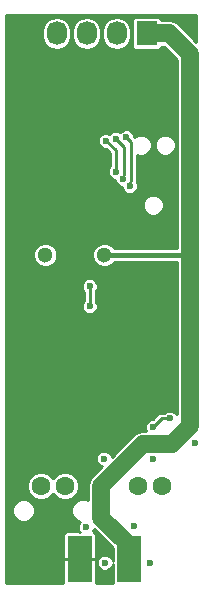
<source format=gbl>
G04 #@! TF.FileFunction,Copper,L2,Bot,Signal*
%FSLAX46Y46*%
G04 Gerber Fmt 4.6, Leading zero omitted, Abs format (unit mm)*
G04 Created by KiCad (PCBNEW 4.0.2-4+6225~38~ubuntu15.10.1-stable) date Mon 28 Mar 2016 00:38:38 BST*
%MOMM*%
G01*
G04 APERTURE LIST*
%ADD10C,0.100000*%
%ADD11R,2.000000X4.000000*%
%ADD12C,1.600000*%
%ADD13R,1.727200X2.032000*%
%ADD14O,1.727200X2.032000*%
%ADD15C,1.300000*%
%ADD16C,0.600000*%
%ADD17C,1.000000*%
%ADD18C,0.250000*%
%ADD19C,1.500000*%
%ADD20C,0.400000*%
G04 APERTURE END LIST*
D10*
D11*
X122650000Y-112500000D03*
X126850000Y-112500000D03*
D12*
X119400000Y-106300000D03*
X121400000Y-106300000D03*
X127600000Y-106300000D03*
X129600000Y-106300000D03*
D13*
X128330000Y-68000000D03*
D14*
X125790000Y-68000000D03*
X123250000Y-68000000D03*
X120710000Y-68000000D03*
D15*
X124750000Y-86750000D03*
X119750000Y-86750000D03*
D16*
X121000000Y-78500000D03*
X121000000Y-81000000D03*
X123500000Y-78500000D03*
X123500000Y-81000000D03*
X124800000Y-112800000D03*
X128600000Y-112800000D03*
X123200000Y-109800000D03*
X127300000Y-109700000D03*
X128900000Y-101300000D03*
X128900000Y-104000000D03*
X130300000Y-100600000D03*
X132400000Y-102700000D03*
X124700000Y-104000000D03*
X118000000Y-95400000D03*
X121800000Y-95500000D03*
X121000000Y-76400000D03*
D17*
X126600000Y-73900000D03*
X123900000Y-73900000D03*
X121200000Y-73900000D03*
D16*
X118800000Y-83300000D03*
X117700000Y-83400000D03*
X118500000Y-74800000D03*
X117000000Y-74900000D03*
X130600000Y-78800000D03*
X125100000Y-83600000D03*
X121600000Y-85300000D03*
X122750000Y-91500000D03*
X124500000Y-100500000D03*
X125250000Y-100500000D03*
X126050000Y-100550000D03*
X122500000Y-97500000D03*
X132000000Y-98750000D03*
X123500000Y-89400000D03*
X123500000Y-91100000D03*
X126600000Y-76800000D03*
X126900000Y-80900000D03*
X125700000Y-76900000D03*
X126300000Y-80300000D03*
X125700000Y-79700000D03*
X124900000Y-77100000D03*
D18*
X129600000Y-100600000D02*
X128900000Y-101300000D01*
X130300000Y-100600000D02*
X129600000Y-100600000D01*
X117700000Y-83400000D02*
X117700000Y-83300000D01*
X118500000Y-74800000D02*
X118500000Y-74900000D01*
D19*
X122650000Y-112500000D02*
X122650000Y-111750000D01*
X128100000Y-102750000D02*
X128050000Y-102750000D01*
X124500000Y-109000000D02*
X126800000Y-111300000D01*
X124500000Y-106300000D02*
X124500000Y-109000000D01*
X128050000Y-102750000D02*
X124500000Y-106300000D01*
X126800000Y-111300000D02*
X126800000Y-112500000D01*
X126800000Y-112500000D02*
X126850000Y-112500000D01*
X132000000Y-101250000D02*
X132000000Y-98750000D01*
X130500000Y-102750000D02*
X132000000Y-101250000D01*
X128250000Y-102750000D02*
X128100000Y-102750000D01*
X128100000Y-102750000D02*
X128200000Y-102750000D01*
X128200000Y-102750000D02*
X130500000Y-102750000D01*
X132000000Y-98750000D02*
X132000000Y-86750000D01*
X132000000Y-86750000D02*
X132000000Y-69750000D01*
D20*
X124750000Y-86750000D02*
X132000000Y-86750000D01*
D19*
X132000000Y-69750000D02*
X130250000Y-68000000D01*
X130250000Y-68000000D02*
X128330000Y-68000000D01*
D18*
X123500000Y-91100000D02*
X123500000Y-89400000D01*
X126900000Y-80600000D02*
X127000000Y-80500000D01*
X127000000Y-80500000D02*
X127000000Y-77200000D01*
X127000000Y-77200000D02*
X126600000Y-76800000D01*
X126900000Y-80900000D02*
X126900000Y-80600000D01*
X126300000Y-80100000D02*
X126400000Y-80000000D01*
X126400000Y-80000000D02*
X126400000Y-77600000D01*
X126400000Y-77600000D02*
X125700000Y-76900000D01*
X126300000Y-80300000D02*
X126300000Y-80100000D01*
X125700000Y-79700000D02*
X125700000Y-77900000D01*
X125700000Y-77900000D02*
X124900000Y-77100000D01*
G36*
X132550000Y-68709010D02*
X131045495Y-67204505D01*
X130680519Y-66960636D01*
X130250000Y-66875000D01*
X129555436Y-66875000D01*
X129549798Y-66845034D01*
X129467669Y-66717401D01*
X129342354Y-66631777D01*
X129193600Y-66601654D01*
X127466400Y-66601654D01*
X127327434Y-66627802D01*
X127199801Y-66709931D01*
X127114177Y-66835246D01*
X127084054Y-66984000D01*
X127084054Y-69016000D01*
X127110202Y-69154966D01*
X127192331Y-69282599D01*
X127317646Y-69368223D01*
X127466400Y-69398346D01*
X129193600Y-69398346D01*
X129332566Y-69372198D01*
X129460199Y-69290069D01*
X129545823Y-69164754D01*
X129553873Y-69125000D01*
X129784010Y-69125000D01*
X130875000Y-70215990D01*
X130875000Y-86175000D01*
X125621466Y-86175000D01*
X125619459Y-86170143D01*
X125331374Y-85881554D01*
X124954780Y-85725178D01*
X124547009Y-85724822D01*
X124170143Y-85880541D01*
X123881554Y-86168626D01*
X123725178Y-86545220D01*
X123724822Y-86952991D01*
X123880541Y-87329857D01*
X124168626Y-87618446D01*
X124545220Y-87774822D01*
X124952991Y-87775178D01*
X125329857Y-87619459D01*
X125618446Y-87331374D01*
X125621093Y-87325000D01*
X130875000Y-87325000D01*
X130875000Y-100224022D01*
X130872571Y-100218143D01*
X130682856Y-100028097D01*
X130434855Y-99925117D01*
X130166323Y-99924883D01*
X129918143Y-100027429D01*
X129845445Y-100100000D01*
X129600000Y-100100000D01*
X129408658Y-100138060D01*
X129246446Y-100246447D01*
X128867922Y-100624972D01*
X128766323Y-100624883D01*
X128518143Y-100727429D01*
X128328097Y-100917144D01*
X128225117Y-101165145D01*
X128224883Y-101433677D01*
X128303936Y-101625000D01*
X128050000Y-101625000D01*
X127619481Y-101710636D01*
X127254505Y-101954505D01*
X125365635Y-103843375D01*
X125272571Y-103618143D01*
X125082856Y-103428097D01*
X124834855Y-103325117D01*
X124566323Y-103324883D01*
X124318143Y-103427429D01*
X124128097Y-103617144D01*
X124025117Y-103865145D01*
X124024883Y-104133677D01*
X124127429Y-104381857D01*
X124317144Y-104571903D01*
X124543228Y-104665782D01*
X123704505Y-105504505D01*
X123460636Y-105869481D01*
X123375000Y-106300000D01*
X123375000Y-107541524D01*
X123094790Y-107425170D01*
X122706911Y-107424831D01*
X122348429Y-107572954D01*
X122073918Y-107846986D01*
X121925170Y-108205210D01*
X121924831Y-108593089D01*
X122072954Y-108951571D01*
X122346986Y-109226082D01*
X122680686Y-109364647D01*
X122628097Y-109417144D01*
X122525117Y-109665145D01*
X122524883Y-109933677D01*
X122627429Y-110181857D01*
X122644998Y-110199457D01*
X122644998Y-110211248D01*
X122548750Y-110115000D01*
X121573419Y-110115000D01*
X121431915Y-110173613D01*
X121323613Y-110281915D01*
X121265000Y-110423418D01*
X121265000Y-112398750D01*
X121361250Y-112495000D01*
X122645000Y-112495000D01*
X122645000Y-112475000D01*
X122655000Y-112475000D01*
X122655000Y-112495000D01*
X123938750Y-112495000D01*
X124035000Y-112398750D01*
X124035000Y-110423418D01*
X123976387Y-110281915D01*
X123868085Y-110173613D01*
X123789293Y-110140976D01*
X123865782Y-109956772D01*
X125467654Y-111558644D01*
X125467654Y-112648261D01*
X125372571Y-112418143D01*
X125182856Y-112228097D01*
X124934855Y-112125117D01*
X124666323Y-112124883D01*
X124418143Y-112227429D01*
X124228097Y-112417144D01*
X124125117Y-112665145D01*
X124124883Y-112933677D01*
X124227429Y-113181857D01*
X124417144Y-113371903D01*
X124665145Y-113474883D01*
X124933677Y-113475117D01*
X125181857Y-113372571D01*
X125371903Y-113182856D01*
X125467654Y-112952264D01*
X125467654Y-114500000D01*
X125477062Y-114550000D01*
X124035000Y-114550000D01*
X124035000Y-112601250D01*
X123938750Y-112505000D01*
X122655000Y-112505000D01*
X122655000Y-112525000D01*
X122645000Y-112525000D01*
X122645000Y-112505000D01*
X121361250Y-112505000D01*
X121265000Y-112601250D01*
X121265000Y-114550000D01*
X116450000Y-114550000D01*
X116450000Y-108593089D01*
X116924831Y-108593089D01*
X117072954Y-108951571D01*
X117346986Y-109226082D01*
X117705210Y-109374830D01*
X118093089Y-109375169D01*
X118451571Y-109227046D01*
X118726082Y-108953014D01*
X118874830Y-108594790D01*
X118875169Y-108206911D01*
X118727046Y-107848429D01*
X118453014Y-107573918D01*
X118094790Y-107425170D01*
X117706911Y-107424831D01*
X117348429Y-107572954D01*
X117073918Y-107846986D01*
X116925170Y-108205210D01*
X116924831Y-108593089D01*
X116450000Y-108593089D01*
X116450000Y-106532697D01*
X118224796Y-106532697D01*
X118403302Y-106964715D01*
X118733547Y-107295536D01*
X119165253Y-107474796D01*
X119632697Y-107475204D01*
X120064715Y-107296698D01*
X120395536Y-106966453D01*
X120399789Y-106956212D01*
X120403302Y-106964715D01*
X120733547Y-107295536D01*
X121165253Y-107474796D01*
X121632697Y-107475204D01*
X122064715Y-107296698D01*
X122395536Y-106966453D01*
X122574796Y-106534747D01*
X122575204Y-106067303D01*
X122396698Y-105635285D01*
X122066453Y-105304464D01*
X121634747Y-105125204D01*
X121167303Y-105124796D01*
X120735285Y-105303302D01*
X120404464Y-105633547D01*
X120400211Y-105643788D01*
X120396698Y-105635285D01*
X120066453Y-105304464D01*
X119634747Y-105125204D01*
X119167303Y-105124796D01*
X118735285Y-105303302D01*
X118404464Y-105633547D01*
X118225204Y-106065253D01*
X118224796Y-106532697D01*
X116450000Y-106532697D01*
X116450000Y-89533677D01*
X122824883Y-89533677D01*
X122927429Y-89781857D01*
X123000000Y-89854555D01*
X123000000Y-90645366D01*
X122928097Y-90717144D01*
X122825117Y-90965145D01*
X122824883Y-91233677D01*
X122927429Y-91481857D01*
X123117144Y-91671903D01*
X123365145Y-91774883D01*
X123633677Y-91775117D01*
X123881857Y-91672571D01*
X124071903Y-91482856D01*
X124174883Y-91234855D01*
X124175117Y-90966323D01*
X124072571Y-90718143D01*
X124000000Y-90645445D01*
X124000000Y-89854634D01*
X124071903Y-89782856D01*
X124174883Y-89534855D01*
X124175117Y-89266323D01*
X124072571Y-89018143D01*
X123882856Y-88828097D01*
X123634855Y-88725117D01*
X123366323Y-88724883D01*
X123118143Y-88827429D01*
X122928097Y-89017144D01*
X122825117Y-89265145D01*
X122824883Y-89533677D01*
X116450000Y-89533677D01*
X116450000Y-86952991D01*
X118724822Y-86952991D01*
X118880541Y-87329857D01*
X119168626Y-87618446D01*
X119545220Y-87774822D01*
X119952991Y-87775178D01*
X120329857Y-87619459D01*
X120618446Y-87331374D01*
X120774822Y-86954780D01*
X120775178Y-86547009D01*
X120619459Y-86170143D01*
X120331374Y-85881554D01*
X119954780Y-85725178D01*
X119547009Y-85724822D01*
X119170143Y-85880541D01*
X118881554Y-86168626D01*
X118725178Y-86545220D01*
X118724822Y-86952991D01*
X116450000Y-86952991D01*
X116450000Y-82713285D01*
X128009849Y-82713285D01*
X128142779Y-83035000D01*
X128388705Y-83281356D01*
X128710188Y-83414848D01*
X129058285Y-83415151D01*
X129380000Y-83282221D01*
X129626356Y-83036295D01*
X129759848Y-82714812D01*
X129760151Y-82366715D01*
X129627221Y-82045000D01*
X129381295Y-81798644D01*
X129059812Y-81665152D01*
X128711715Y-81664849D01*
X128390000Y-81797779D01*
X128143644Y-82043705D01*
X128010152Y-82365188D01*
X128009849Y-82713285D01*
X116450000Y-82713285D01*
X116450000Y-77233677D01*
X124224883Y-77233677D01*
X124327429Y-77481857D01*
X124517144Y-77671903D01*
X124765145Y-77774883D01*
X124867867Y-77774973D01*
X125200000Y-78107106D01*
X125200000Y-79245366D01*
X125128097Y-79317144D01*
X125025117Y-79565145D01*
X125024883Y-79833677D01*
X125127429Y-80081857D01*
X125317144Y-80271903D01*
X125565145Y-80374883D01*
X125624934Y-80374935D01*
X125624883Y-80433677D01*
X125727429Y-80681857D01*
X125917144Y-80871903D01*
X126165145Y-80974883D01*
X126224934Y-80974935D01*
X126224883Y-81033677D01*
X126327429Y-81281857D01*
X126517144Y-81471903D01*
X126765145Y-81574883D01*
X127033677Y-81575117D01*
X127281857Y-81472571D01*
X127471903Y-81282856D01*
X127574883Y-81034855D01*
X127575117Y-80766323D01*
X127488650Y-80557058D01*
X127500000Y-80500000D01*
X127500000Y-78254214D01*
X127694188Y-78334848D01*
X128042285Y-78335151D01*
X128364000Y-78202221D01*
X128610356Y-77956295D01*
X128743848Y-77634812D01*
X128743849Y-77633285D01*
X129025849Y-77633285D01*
X129158779Y-77955000D01*
X129404705Y-78201356D01*
X129726188Y-78334848D01*
X130074285Y-78335151D01*
X130396000Y-78202221D01*
X130642356Y-77956295D01*
X130775848Y-77634812D01*
X130776151Y-77286715D01*
X130643221Y-76965000D01*
X130397295Y-76718644D01*
X130075812Y-76585152D01*
X129727715Y-76584849D01*
X129406000Y-76717779D01*
X129159644Y-76963705D01*
X129026152Y-77285188D01*
X129025849Y-77633285D01*
X128743849Y-77633285D01*
X128744151Y-77286715D01*
X128611221Y-76965000D01*
X128365295Y-76718644D01*
X128043812Y-76585152D01*
X127695715Y-76584849D01*
X127374000Y-76717779D01*
X127299378Y-76792271D01*
X127275028Y-76767922D01*
X127275117Y-76666323D01*
X127172571Y-76418143D01*
X126982856Y-76228097D01*
X126734855Y-76125117D01*
X126466323Y-76124883D01*
X126218143Y-76227429D01*
X126100048Y-76345319D01*
X126082856Y-76328097D01*
X125834855Y-76225117D01*
X125566323Y-76224883D01*
X125318143Y-76327429D01*
X125165811Y-76479495D01*
X125034855Y-76425117D01*
X124766323Y-76424883D01*
X124518143Y-76527429D01*
X124328097Y-76717144D01*
X124225117Y-76965145D01*
X124224883Y-77233677D01*
X116450000Y-77233677D01*
X116450000Y-67820349D01*
X119471400Y-67820349D01*
X119471400Y-68179651D01*
X119565683Y-68653643D01*
X119834178Y-69055473D01*
X120236008Y-69323968D01*
X120710000Y-69418251D01*
X121183992Y-69323968D01*
X121585822Y-69055473D01*
X121854317Y-68653643D01*
X121948600Y-68179651D01*
X121948600Y-67820349D01*
X122011400Y-67820349D01*
X122011400Y-68179651D01*
X122105683Y-68653643D01*
X122374178Y-69055473D01*
X122776008Y-69323968D01*
X123250000Y-69418251D01*
X123723992Y-69323968D01*
X124125822Y-69055473D01*
X124394317Y-68653643D01*
X124488600Y-68179651D01*
X124488600Y-67820349D01*
X124551400Y-67820349D01*
X124551400Y-68179651D01*
X124645683Y-68653643D01*
X124914178Y-69055473D01*
X125316008Y-69323968D01*
X125790000Y-69418251D01*
X126263992Y-69323968D01*
X126665822Y-69055473D01*
X126934317Y-68653643D01*
X127028600Y-68179651D01*
X127028600Y-67820349D01*
X126934317Y-67346357D01*
X126665822Y-66944527D01*
X126263992Y-66676032D01*
X125790000Y-66581749D01*
X125316008Y-66676032D01*
X124914178Y-66944527D01*
X124645683Y-67346357D01*
X124551400Y-67820349D01*
X124488600Y-67820349D01*
X124394317Y-67346357D01*
X124125822Y-66944527D01*
X123723992Y-66676032D01*
X123250000Y-66581749D01*
X122776008Y-66676032D01*
X122374178Y-66944527D01*
X122105683Y-67346357D01*
X122011400Y-67820349D01*
X121948600Y-67820349D01*
X121854317Y-67346357D01*
X121585822Y-66944527D01*
X121183992Y-66676032D01*
X120710000Y-66581749D01*
X120236008Y-66676032D01*
X119834178Y-66944527D01*
X119565683Y-67346357D01*
X119471400Y-67820349D01*
X116450000Y-67820349D01*
X116450000Y-66450000D01*
X132550000Y-66450000D01*
X132550000Y-68709010D01*
X132550000Y-68709010D01*
G37*
X132550000Y-68709010D02*
X131045495Y-67204505D01*
X130680519Y-66960636D01*
X130250000Y-66875000D01*
X129555436Y-66875000D01*
X129549798Y-66845034D01*
X129467669Y-66717401D01*
X129342354Y-66631777D01*
X129193600Y-66601654D01*
X127466400Y-66601654D01*
X127327434Y-66627802D01*
X127199801Y-66709931D01*
X127114177Y-66835246D01*
X127084054Y-66984000D01*
X127084054Y-69016000D01*
X127110202Y-69154966D01*
X127192331Y-69282599D01*
X127317646Y-69368223D01*
X127466400Y-69398346D01*
X129193600Y-69398346D01*
X129332566Y-69372198D01*
X129460199Y-69290069D01*
X129545823Y-69164754D01*
X129553873Y-69125000D01*
X129784010Y-69125000D01*
X130875000Y-70215990D01*
X130875000Y-86175000D01*
X125621466Y-86175000D01*
X125619459Y-86170143D01*
X125331374Y-85881554D01*
X124954780Y-85725178D01*
X124547009Y-85724822D01*
X124170143Y-85880541D01*
X123881554Y-86168626D01*
X123725178Y-86545220D01*
X123724822Y-86952991D01*
X123880541Y-87329857D01*
X124168626Y-87618446D01*
X124545220Y-87774822D01*
X124952991Y-87775178D01*
X125329857Y-87619459D01*
X125618446Y-87331374D01*
X125621093Y-87325000D01*
X130875000Y-87325000D01*
X130875000Y-100224022D01*
X130872571Y-100218143D01*
X130682856Y-100028097D01*
X130434855Y-99925117D01*
X130166323Y-99924883D01*
X129918143Y-100027429D01*
X129845445Y-100100000D01*
X129600000Y-100100000D01*
X129408658Y-100138060D01*
X129246446Y-100246447D01*
X128867922Y-100624972D01*
X128766323Y-100624883D01*
X128518143Y-100727429D01*
X128328097Y-100917144D01*
X128225117Y-101165145D01*
X128224883Y-101433677D01*
X128303936Y-101625000D01*
X128050000Y-101625000D01*
X127619481Y-101710636D01*
X127254505Y-101954505D01*
X125365635Y-103843375D01*
X125272571Y-103618143D01*
X125082856Y-103428097D01*
X124834855Y-103325117D01*
X124566323Y-103324883D01*
X124318143Y-103427429D01*
X124128097Y-103617144D01*
X124025117Y-103865145D01*
X124024883Y-104133677D01*
X124127429Y-104381857D01*
X124317144Y-104571903D01*
X124543228Y-104665782D01*
X123704505Y-105504505D01*
X123460636Y-105869481D01*
X123375000Y-106300000D01*
X123375000Y-107541524D01*
X123094790Y-107425170D01*
X122706911Y-107424831D01*
X122348429Y-107572954D01*
X122073918Y-107846986D01*
X121925170Y-108205210D01*
X121924831Y-108593089D01*
X122072954Y-108951571D01*
X122346986Y-109226082D01*
X122680686Y-109364647D01*
X122628097Y-109417144D01*
X122525117Y-109665145D01*
X122524883Y-109933677D01*
X122627429Y-110181857D01*
X122644998Y-110199457D01*
X122644998Y-110211248D01*
X122548750Y-110115000D01*
X121573419Y-110115000D01*
X121431915Y-110173613D01*
X121323613Y-110281915D01*
X121265000Y-110423418D01*
X121265000Y-112398750D01*
X121361250Y-112495000D01*
X122645000Y-112495000D01*
X122645000Y-112475000D01*
X122655000Y-112475000D01*
X122655000Y-112495000D01*
X123938750Y-112495000D01*
X124035000Y-112398750D01*
X124035000Y-110423418D01*
X123976387Y-110281915D01*
X123868085Y-110173613D01*
X123789293Y-110140976D01*
X123865782Y-109956772D01*
X125467654Y-111558644D01*
X125467654Y-112648261D01*
X125372571Y-112418143D01*
X125182856Y-112228097D01*
X124934855Y-112125117D01*
X124666323Y-112124883D01*
X124418143Y-112227429D01*
X124228097Y-112417144D01*
X124125117Y-112665145D01*
X124124883Y-112933677D01*
X124227429Y-113181857D01*
X124417144Y-113371903D01*
X124665145Y-113474883D01*
X124933677Y-113475117D01*
X125181857Y-113372571D01*
X125371903Y-113182856D01*
X125467654Y-112952264D01*
X125467654Y-114500000D01*
X125477062Y-114550000D01*
X124035000Y-114550000D01*
X124035000Y-112601250D01*
X123938750Y-112505000D01*
X122655000Y-112505000D01*
X122655000Y-112525000D01*
X122645000Y-112525000D01*
X122645000Y-112505000D01*
X121361250Y-112505000D01*
X121265000Y-112601250D01*
X121265000Y-114550000D01*
X116450000Y-114550000D01*
X116450000Y-108593089D01*
X116924831Y-108593089D01*
X117072954Y-108951571D01*
X117346986Y-109226082D01*
X117705210Y-109374830D01*
X118093089Y-109375169D01*
X118451571Y-109227046D01*
X118726082Y-108953014D01*
X118874830Y-108594790D01*
X118875169Y-108206911D01*
X118727046Y-107848429D01*
X118453014Y-107573918D01*
X118094790Y-107425170D01*
X117706911Y-107424831D01*
X117348429Y-107572954D01*
X117073918Y-107846986D01*
X116925170Y-108205210D01*
X116924831Y-108593089D01*
X116450000Y-108593089D01*
X116450000Y-106532697D01*
X118224796Y-106532697D01*
X118403302Y-106964715D01*
X118733547Y-107295536D01*
X119165253Y-107474796D01*
X119632697Y-107475204D01*
X120064715Y-107296698D01*
X120395536Y-106966453D01*
X120399789Y-106956212D01*
X120403302Y-106964715D01*
X120733547Y-107295536D01*
X121165253Y-107474796D01*
X121632697Y-107475204D01*
X122064715Y-107296698D01*
X122395536Y-106966453D01*
X122574796Y-106534747D01*
X122575204Y-106067303D01*
X122396698Y-105635285D01*
X122066453Y-105304464D01*
X121634747Y-105125204D01*
X121167303Y-105124796D01*
X120735285Y-105303302D01*
X120404464Y-105633547D01*
X120400211Y-105643788D01*
X120396698Y-105635285D01*
X120066453Y-105304464D01*
X119634747Y-105125204D01*
X119167303Y-105124796D01*
X118735285Y-105303302D01*
X118404464Y-105633547D01*
X118225204Y-106065253D01*
X118224796Y-106532697D01*
X116450000Y-106532697D01*
X116450000Y-89533677D01*
X122824883Y-89533677D01*
X122927429Y-89781857D01*
X123000000Y-89854555D01*
X123000000Y-90645366D01*
X122928097Y-90717144D01*
X122825117Y-90965145D01*
X122824883Y-91233677D01*
X122927429Y-91481857D01*
X123117144Y-91671903D01*
X123365145Y-91774883D01*
X123633677Y-91775117D01*
X123881857Y-91672571D01*
X124071903Y-91482856D01*
X124174883Y-91234855D01*
X124175117Y-90966323D01*
X124072571Y-90718143D01*
X124000000Y-90645445D01*
X124000000Y-89854634D01*
X124071903Y-89782856D01*
X124174883Y-89534855D01*
X124175117Y-89266323D01*
X124072571Y-89018143D01*
X123882856Y-88828097D01*
X123634855Y-88725117D01*
X123366323Y-88724883D01*
X123118143Y-88827429D01*
X122928097Y-89017144D01*
X122825117Y-89265145D01*
X122824883Y-89533677D01*
X116450000Y-89533677D01*
X116450000Y-86952991D01*
X118724822Y-86952991D01*
X118880541Y-87329857D01*
X119168626Y-87618446D01*
X119545220Y-87774822D01*
X119952991Y-87775178D01*
X120329857Y-87619459D01*
X120618446Y-87331374D01*
X120774822Y-86954780D01*
X120775178Y-86547009D01*
X120619459Y-86170143D01*
X120331374Y-85881554D01*
X119954780Y-85725178D01*
X119547009Y-85724822D01*
X119170143Y-85880541D01*
X118881554Y-86168626D01*
X118725178Y-86545220D01*
X118724822Y-86952991D01*
X116450000Y-86952991D01*
X116450000Y-82713285D01*
X128009849Y-82713285D01*
X128142779Y-83035000D01*
X128388705Y-83281356D01*
X128710188Y-83414848D01*
X129058285Y-83415151D01*
X129380000Y-83282221D01*
X129626356Y-83036295D01*
X129759848Y-82714812D01*
X129760151Y-82366715D01*
X129627221Y-82045000D01*
X129381295Y-81798644D01*
X129059812Y-81665152D01*
X128711715Y-81664849D01*
X128390000Y-81797779D01*
X128143644Y-82043705D01*
X128010152Y-82365188D01*
X128009849Y-82713285D01*
X116450000Y-82713285D01*
X116450000Y-77233677D01*
X124224883Y-77233677D01*
X124327429Y-77481857D01*
X124517144Y-77671903D01*
X124765145Y-77774883D01*
X124867867Y-77774973D01*
X125200000Y-78107106D01*
X125200000Y-79245366D01*
X125128097Y-79317144D01*
X125025117Y-79565145D01*
X125024883Y-79833677D01*
X125127429Y-80081857D01*
X125317144Y-80271903D01*
X125565145Y-80374883D01*
X125624934Y-80374935D01*
X125624883Y-80433677D01*
X125727429Y-80681857D01*
X125917144Y-80871903D01*
X126165145Y-80974883D01*
X126224934Y-80974935D01*
X126224883Y-81033677D01*
X126327429Y-81281857D01*
X126517144Y-81471903D01*
X126765145Y-81574883D01*
X127033677Y-81575117D01*
X127281857Y-81472571D01*
X127471903Y-81282856D01*
X127574883Y-81034855D01*
X127575117Y-80766323D01*
X127488650Y-80557058D01*
X127500000Y-80500000D01*
X127500000Y-78254214D01*
X127694188Y-78334848D01*
X128042285Y-78335151D01*
X128364000Y-78202221D01*
X128610356Y-77956295D01*
X128743848Y-77634812D01*
X128743849Y-77633285D01*
X129025849Y-77633285D01*
X129158779Y-77955000D01*
X129404705Y-78201356D01*
X129726188Y-78334848D01*
X130074285Y-78335151D01*
X130396000Y-78202221D01*
X130642356Y-77956295D01*
X130775848Y-77634812D01*
X130776151Y-77286715D01*
X130643221Y-76965000D01*
X130397295Y-76718644D01*
X130075812Y-76585152D01*
X129727715Y-76584849D01*
X129406000Y-76717779D01*
X129159644Y-76963705D01*
X129026152Y-77285188D01*
X129025849Y-77633285D01*
X128743849Y-77633285D01*
X128744151Y-77286715D01*
X128611221Y-76965000D01*
X128365295Y-76718644D01*
X128043812Y-76585152D01*
X127695715Y-76584849D01*
X127374000Y-76717779D01*
X127299378Y-76792271D01*
X127275028Y-76767922D01*
X127275117Y-76666323D01*
X127172571Y-76418143D01*
X126982856Y-76228097D01*
X126734855Y-76125117D01*
X126466323Y-76124883D01*
X126218143Y-76227429D01*
X126100048Y-76345319D01*
X126082856Y-76328097D01*
X125834855Y-76225117D01*
X125566323Y-76224883D01*
X125318143Y-76327429D01*
X125165811Y-76479495D01*
X125034855Y-76425117D01*
X124766323Y-76424883D01*
X124518143Y-76527429D01*
X124328097Y-76717144D01*
X124225117Y-76965145D01*
X124224883Y-77233677D01*
X116450000Y-77233677D01*
X116450000Y-67820349D01*
X119471400Y-67820349D01*
X119471400Y-68179651D01*
X119565683Y-68653643D01*
X119834178Y-69055473D01*
X120236008Y-69323968D01*
X120710000Y-69418251D01*
X121183992Y-69323968D01*
X121585822Y-69055473D01*
X121854317Y-68653643D01*
X121948600Y-68179651D01*
X121948600Y-67820349D01*
X122011400Y-67820349D01*
X122011400Y-68179651D01*
X122105683Y-68653643D01*
X122374178Y-69055473D01*
X122776008Y-69323968D01*
X123250000Y-69418251D01*
X123723992Y-69323968D01*
X124125822Y-69055473D01*
X124394317Y-68653643D01*
X124488600Y-68179651D01*
X124488600Y-67820349D01*
X124551400Y-67820349D01*
X124551400Y-68179651D01*
X124645683Y-68653643D01*
X124914178Y-69055473D01*
X125316008Y-69323968D01*
X125790000Y-69418251D01*
X126263992Y-69323968D01*
X126665822Y-69055473D01*
X126934317Y-68653643D01*
X127028600Y-68179651D01*
X127028600Y-67820349D01*
X126934317Y-67346357D01*
X126665822Y-66944527D01*
X126263992Y-66676032D01*
X125790000Y-66581749D01*
X125316008Y-66676032D01*
X124914178Y-66944527D01*
X124645683Y-67346357D01*
X124551400Y-67820349D01*
X124488600Y-67820349D01*
X124394317Y-67346357D01*
X124125822Y-66944527D01*
X123723992Y-66676032D01*
X123250000Y-66581749D01*
X122776008Y-66676032D01*
X122374178Y-66944527D01*
X122105683Y-67346357D01*
X122011400Y-67820349D01*
X121948600Y-67820349D01*
X121854317Y-67346357D01*
X121585822Y-66944527D01*
X121183992Y-66676032D01*
X120710000Y-66581749D01*
X120236008Y-66676032D01*
X119834178Y-66944527D01*
X119565683Y-67346357D01*
X119471400Y-67820349D01*
X116450000Y-67820349D01*
X116450000Y-66450000D01*
X132550000Y-66450000D01*
X132550000Y-68709010D01*
M02*

</source>
